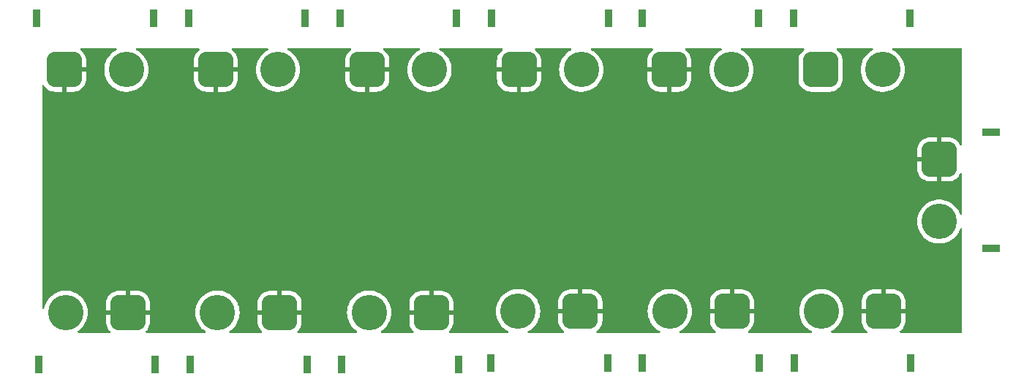
<source format=gbr>
%TF.GenerationSoftware,KiCad,Pcbnew,8.0.6*%
%TF.CreationDate,2025-03-13T21:17:34-04:00*%
%TF.ProjectId,XT60ConnectorBoard,58543630-436f-46e6-9e65-63746f72426f,rev?*%
%TF.SameCoordinates,Original*%
%TF.FileFunction,Copper,L2,Bot*%
%TF.FilePolarity,Positive*%
%FSLAX46Y46*%
G04 Gerber Fmt 4.6, Leading zero omitted, Abs format (unit mm)*
G04 Created by KiCad (PCBNEW 8.0.6) date 2025-03-13 21:17:34*
%MOMM*%
%LPD*%
G01*
G04 APERTURE LIST*
G04 Aperture macros list*
%AMRoundRect*
0 Rectangle with rounded corners*
0 $1 Rounding radius*
0 $2 $3 $4 $5 $6 $7 $8 $9 X,Y pos of 4 corners*
0 Add a 4 corners polygon primitive as box body*
4,1,4,$2,$3,$4,$5,$6,$7,$8,$9,$2,$3,0*
0 Add four circle primitives for the rounded corners*
1,1,$1+$1,$2,$3*
1,1,$1+$1,$4,$5*
1,1,$1+$1,$6,$7*
1,1,$1+$1,$8,$9*
0 Add four rect primitives between the rounded corners*
20,1,$1+$1,$2,$3,$4,$5,0*
20,1,$1+$1,$4,$5,$6,$7,0*
20,1,$1+$1,$6,$7,$8,$9,0*
20,1,$1+$1,$8,$9,$2,$3,0*%
G04 Aperture macros list end*
%TA.AperFunction,ComponentPad*%
%ADD10R,0.900000X2.000000*%
%TD*%
%TA.AperFunction,ComponentPad*%
%ADD11RoundRect,1.025000X1.025000X1.025000X-1.025000X1.025000X-1.025000X-1.025000X1.025000X-1.025000X0*%
%TD*%
%TA.AperFunction,ComponentPad*%
%ADD12C,4.100000*%
%TD*%
%TA.AperFunction,ComponentPad*%
%ADD13R,2.000000X0.900000*%
%TD*%
%TA.AperFunction,ComponentPad*%
%ADD14RoundRect,1.025000X-1.025000X1.025000X-1.025000X-1.025000X1.025000X-1.025000X1.025000X1.025000X0*%
%TD*%
%TA.AperFunction,ComponentPad*%
%ADD15RoundRect,1.025000X-1.025000X-1.025000X1.025000X-1.025000X1.025000X1.025000X-1.025000X1.025000X0*%
%TD*%
G04 APERTURE END LIST*
D10*
%TO.P,J12,*%
%TO.N,*%
X109150000Y-104150000D03*
X95650000Y-104150000D03*
D11*
%TO.P,J12,1,+*%
%TO.N,GND*%
X106000000Y-98150000D03*
D12*
%TO.P,J12,2,-*%
%TO.N,VCC*%
X98800000Y-98150000D03*
%TD*%
D10*
%TO.P,J8,*%
%TO.N,*%
X179050000Y-104000000D03*
X165550000Y-104000000D03*
D11*
%TO.P,J8,1,+*%
%TO.N,GND*%
X175900000Y-98000000D03*
D12*
%TO.P,J8,2,-*%
%TO.N,VCC*%
X168700000Y-98000000D03*
%TD*%
D13*
%TO.P,J1,*%
%TO.N,*%
X188350000Y-77250000D03*
X188350000Y-90750000D03*
D14*
%TO.P,J1,1,+*%
%TO.N,GND*%
X182350000Y-80400000D03*
D12*
%TO.P,J1,2,-*%
%TO.N,VCC*%
X182350000Y-87600000D03*
%TD*%
D10*
%TO.P,J13,*%
%TO.N,*%
X91600000Y-104150000D03*
X78100000Y-104150000D03*
D11*
%TO.P,J13,1,+*%
%TO.N,GND*%
X88450000Y-98150000D03*
D12*
%TO.P,J13,2,-*%
%TO.N,VCC*%
X81250000Y-98150000D03*
%TD*%
D10*
%TO.P,J9,*%
%TO.N,*%
X161500000Y-104000000D03*
X148000000Y-104000000D03*
D11*
%TO.P,J9,1,+*%
%TO.N,GND*%
X158350000Y-98000000D03*
D12*
%TO.P,J9,2,-*%
%TO.N,VCC*%
X151150000Y-98000000D03*
%TD*%
D10*
%TO.P,J2,*%
%TO.N,*%
X77900000Y-64000000D03*
X91400000Y-64000000D03*
D15*
%TO.P,J2,1,+*%
%TO.N,GND*%
X81050000Y-70000000D03*
D12*
%TO.P,J2,2,-*%
%TO.N,VCC*%
X88250000Y-70000000D03*
%TD*%
D10*
%TO.P,J6,*%
%TO.N,*%
X147950000Y-64000000D03*
X161450000Y-64000000D03*
D15*
%TO.P,J6,1,+*%
%TO.N,GND*%
X151100000Y-70000000D03*
D12*
%TO.P,J6,2,-*%
%TO.N,VCC*%
X158300000Y-70000000D03*
%TD*%
D10*
%TO.P,J10,*%
%TO.N,*%
X143950000Y-104000000D03*
X130450000Y-104000000D03*
D11*
%TO.P,J10,1,+*%
%TO.N,GND*%
X140800000Y-98000000D03*
D12*
%TO.P,J10,2,-*%
%TO.N,VCC*%
X133600000Y-98000000D03*
%TD*%
D10*
%TO.P,J5,*%
%TO.N,*%
X130550000Y-64000000D03*
X144050000Y-64000000D03*
D15*
%TO.P,J5,1,+*%
%TO.N,GND*%
X133700000Y-70000000D03*
D12*
%TO.P,J5,2,-*%
%TO.N,VCC*%
X140900000Y-70000000D03*
%TD*%
D10*
%TO.P,J7,*%
%TO.N,*%
X165450000Y-64000000D03*
X178950000Y-64000000D03*
D15*
%TO.P,J7,1,+*%
%TO.N,unconnected-(J7-+-Pad1)*%
X168600000Y-70000000D03*
D12*
%TO.P,J7,2,-*%
%TO.N,VCC*%
X175800000Y-70000000D03*
%TD*%
D10*
%TO.P,J11,*%
%TO.N,*%
X126700000Y-104150000D03*
X113200000Y-104150000D03*
D11*
%TO.P,J11,1,+*%
%TO.N,GND*%
X123550000Y-98150000D03*
D12*
%TO.P,J11,2,-*%
%TO.N,VCC*%
X116350000Y-98150000D03*
%TD*%
D10*
%TO.P,J4,*%
%TO.N,*%
X113000000Y-64000000D03*
X126500000Y-64000000D03*
D15*
%TO.P,J4,1,+*%
%TO.N,GND*%
X116150000Y-70000000D03*
D12*
%TO.P,J4,2,-*%
%TO.N,VCC*%
X123350000Y-70000000D03*
%TD*%
D10*
%TO.P,J3,*%
%TO.N,*%
X95450000Y-64000000D03*
X108950000Y-64000000D03*
D15*
%TO.P,J3,1,+*%
%TO.N,GND*%
X98600000Y-70000000D03*
D12*
%TO.P,J3,2,-*%
%TO.N,VCC*%
X105800000Y-70000000D03*
%TD*%
%TA.AperFunction,Conductor*%
%TO.N,GND*%
G36*
X87087375Y-67519685D02*
G01*
X87133130Y-67572489D01*
X87143074Y-67641647D01*
X87114049Y-67705203D01*
X87080073Y-67732662D01*
X86880678Y-67842279D01*
X86880660Y-67842291D01*
X86621044Y-68030913D01*
X86621034Y-68030921D01*
X86387087Y-68250611D01*
X86182522Y-68497888D01*
X86182520Y-68497891D01*
X86010562Y-68768855D01*
X86010558Y-68768861D01*
X85873918Y-69059235D01*
X85873916Y-69059240D01*
X85774745Y-69364457D01*
X85714607Y-69679709D01*
X85714606Y-69679716D01*
X85694457Y-69999994D01*
X85694457Y-70000005D01*
X85714606Y-70320283D01*
X85714607Y-70320290D01*
X85774745Y-70635542D01*
X85873916Y-70940759D01*
X85873918Y-70940764D01*
X86010558Y-71231138D01*
X86010562Y-71231144D01*
X86182520Y-71502108D01*
X86182522Y-71502111D01*
X86387087Y-71749388D01*
X86387089Y-71749390D01*
X86568337Y-71919592D01*
X86621034Y-71969078D01*
X86621044Y-71969086D01*
X86880660Y-72157708D01*
X86880666Y-72157711D01*
X86880672Y-72157716D01*
X87161903Y-72312324D01*
X87460294Y-72430466D01*
X87460293Y-72430466D01*
X87677228Y-72486165D01*
X87771139Y-72510277D01*
X87837935Y-72518715D01*
X88089524Y-72550499D01*
X88089533Y-72550499D01*
X88089536Y-72550500D01*
X88089538Y-72550500D01*
X88410462Y-72550500D01*
X88410464Y-72550500D01*
X88410467Y-72550499D01*
X88410475Y-72550499D01*
X88600463Y-72526497D01*
X88728861Y-72510277D01*
X89039706Y-72430466D01*
X89338097Y-72312324D01*
X89619328Y-72157716D01*
X89878964Y-71969080D01*
X90112911Y-71749390D01*
X90317478Y-71502110D01*
X90489439Y-71231142D01*
X90626084Y-70940758D01*
X90725256Y-70635538D01*
X90785392Y-70320294D01*
X90785393Y-70320283D01*
X90805543Y-70000005D01*
X90805543Y-69999994D01*
X90785393Y-69679716D01*
X90785392Y-69679709D01*
X90785392Y-69679706D01*
X90725256Y-69364462D01*
X90626084Y-69059242D01*
X90553378Y-68904734D01*
X90489441Y-68768861D01*
X90489437Y-68768855D01*
X90483843Y-68760041D01*
X90331400Y-68519827D01*
X90317479Y-68497891D01*
X90317477Y-68497888D01*
X90112912Y-68250611D01*
X89931975Y-68080700D01*
X89878964Y-68030920D01*
X89878961Y-68030918D01*
X89878955Y-68030913D01*
X89619339Y-67842291D01*
X89619321Y-67842279D01*
X89419927Y-67732662D01*
X89370663Y-67683116D01*
X89356006Y-67614801D01*
X89380610Y-67549406D01*
X89436662Y-67507695D01*
X89479664Y-67500000D01*
X96622355Y-67500000D01*
X96689394Y-67519685D01*
X96735149Y-67572489D01*
X96745093Y-67641647D01*
X96716068Y-67705203D01*
X96686507Y-67730116D01*
X96680709Y-67733620D01*
X96680700Y-67733627D01*
X96493153Y-67893153D01*
X96333627Y-68080700D01*
X96333620Y-68080710D01*
X96206244Y-68291414D01*
X96114315Y-68519827D01*
X96114313Y-68519834D01*
X96060217Y-68760031D01*
X96060215Y-68760041D01*
X96050000Y-68904731D01*
X96050000Y-69750000D01*
X97272769Y-69750000D01*
X97250000Y-69893753D01*
X97250000Y-70106247D01*
X97272769Y-70250000D01*
X96050000Y-70250000D01*
X96050000Y-71095268D01*
X96060215Y-71239958D01*
X96060217Y-71239968D01*
X96114313Y-71480165D01*
X96114315Y-71480172D01*
X96206244Y-71708585D01*
X96333620Y-71919289D01*
X96333627Y-71919299D01*
X96493153Y-72106846D01*
X96680700Y-72266372D01*
X96680710Y-72266379D01*
X96891414Y-72393755D01*
X97119827Y-72485684D01*
X97119834Y-72485686D01*
X97360031Y-72539782D01*
X97360041Y-72539784D01*
X97504731Y-72549999D01*
X97504734Y-72550000D01*
X98350000Y-72550000D01*
X98350000Y-71327231D01*
X98493753Y-71350000D01*
X98706247Y-71350000D01*
X98850000Y-71327231D01*
X98850000Y-72550000D01*
X99695266Y-72550000D01*
X99695268Y-72549999D01*
X99839958Y-72539784D01*
X99839968Y-72539782D01*
X100080165Y-72485686D01*
X100080172Y-72485684D01*
X100308585Y-72393755D01*
X100519289Y-72266379D01*
X100519299Y-72266372D01*
X100706846Y-72106846D01*
X100866372Y-71919299D01*
X100866379Y-71919289D01*
X100993755Y-71708585D01*
X101085684Y-71480172D01*
X101085686Y-71480165D01*
X101139782Y-71239968D01*
X101139784Y-71239958D01*
X101149999Y-71095268D01*
X101150000Y-71095266D01*
X101150000Y-70250000D01*
X99927231Y-70250000D01*
X99950000Y-70106247D01*
X99950000Y-69893753D01*
X99927231Y-69750000D01*
X101150000Y-69750000D01*
X101150000Y-68904734D01*
X101149999Y-68904731D01*
X101139784Y-68760041D01*
X101139782Y-68760031D01*
X101085686Y-68519834D01*
X101085684Y-68519827D01*
X100993755Y-68291414D01*
X100866379Y-68080710D01*
X100866372Y-68080700D01*
X100706846Y-67893153D01*
X100519299Y-67733627D01*
X100519290Y-67733620D01*
X100513493Y-67730116D01*
X100466307Y-67678587D01*
X100454469Y-67609728D01*
X100481739Y-67545399D01*
X100539459Y-67506026D01*
X100577645Y-67500000D01*
X104570336Y-67500000D01*
X104637375Y-67519685D01*
X104683130Y-67572489D01*
X104693074Y-67641647D01*
X104664049Y-67705203D01*
X104630073Y-67732662D01*
X104430678Y-67842279D01*
X104430660Y-67842291D01*
X104171044Y-68030913D01*
X104171034Y-68030921D01*
X103937087Y-68250611D01*
X103732522Y-68497888D01*
X103732520Y-68497891D01*
X103560562Y-68768855D01*
X103560558Y-68768861D01*
X103423918Y-69059235D01*
X103423916Y-69059240D01*
X103324745Y-69364457D01*
X103264607Y-69679709D01*
X103264606Y-69679716D01*
X103244457Y-69999994D01*
X103244457Y-70000005D01*
X103264606Y-70320283D01*
X103264607Y-70320290D01*
X103324745Y-70635542D01*
X103423916Y-70940759D01*
X103423918Y-70940764D01*
X103560558Y-71231138D01*
X103560562Y-71231144D01*
X103732520Y-71502108D01*
X103732522Y-71502111D01*
X103937087Y-71749388D01*
X103937089Y-71749390D01*
X104118337Y-71919592D01*
X104171034Y-71969078D01*
X104171044Y-71969086D01*
X104430660Y-72157708D01*
X104430666Y-72157711D01*
X104430672Y-72157716D01*
X104711903Y-72312324D01*
X105010294Y-72430466D01*
X105010293Y-72430466D01*
X105227228Y-72486165D01*
X105321139Y-72510277D01*
X105387935Y-72518715D01*
X105639524Y-72550499D01*
X105639533Y-72550499D01*
X105639536Y-72550500D01*
X105639538Y-72550500D01*
X105960462Y-72550500D01*
X105960464Y-72550500D01*
X105960467Y-72550499D01*
X105960475Y-72550499D01*
X106150463Y-72526497D01*
X106278861Y-72510277D01*
X106589706Y-72430466D01*
X106888097Y-72312324D01*
X107169328Y-72157716D01*
X107428964Y-71969080D01*
X107662911Y-71749390D01*
X107867478Y-71502110D01*
X108039439Y-71231142D01*
X108176084Y-70940758D01*
X108275256Y-70635538D01*
X108335392Y-70320294D01*
X108335393Y-70320283D01*
X108355543Y-70000005D01*
X108355543Y-69999994D01*
X108335393Y-69679716D01*
X108335392Y-69679709D01*
X108335392Y-69679706D01*
X108275256Y-69364462D01*
X108176084Y-69059242D01*
X108103378Y-68904734D01*
X108039441Y-68768861D01*
X108039437Y-68768855D01*
X108033843Y-68760041D01*
X107881400Y-68519827D01*
X107867479Y-68497891D01*
X107867477Y-68497888D01*
X107662912Y-68250611D01*
X107481975Y-68080700D01*
X107428964Y-68030920D01*
X107428961Y-68030918D01*
X107428955Y-68030913D01*
X107169339Y-67842291D01*
X107169321Y-67842279D01*
X106969927Y-67732662D01*
X106920663Y-67683116D01*
X106906006Y-67614801D01*
X106930610Y-67549406D01*
X106986662Y-67507695D01*
X107029664Y-67500000D01*
X114172355Y-67500000D01*
X114239394Y-67519685D01*
X114285149Y-67572489D01*
X114295093Y-67641647D01*
X114266068Y-67705203D01*
X114236507Y-67730116D01*
X114230709Y-67733620D01*
X114230700Y-67733627D01*
X114043153Y-67893153D01*
X113883627Y-68080700D01*
X113883620Y-68080710D01*
X113756244Y-68291414D01*
X113664315Y-68519827D01*
X113664313Y-68519834D01*
X113610217Y-68760031D01*
X113610215Y-68760041D01*
X113600000Y-68904731D01*
X113600000Y-69750000D01*
X114822769Y-69750000D01*
X114800000Y-69893753D01*
X114800000Y-70106247D01*
X114822769Y-70250000D01*
X113600000Y-70250000D01*
X113600000Y-71095268D01*
X113610215Y-71239958D01*
X113610217Y-71239968D01*
X113664313Y-71480165D01*
X113664315Y-71480172D01*
X113756244Y-71708585D01*
X113883620Y-71919289D01*
X113883627Y-71919299D01*
X114043153Y-72106846D01*
X114230700Y-72266372D01*
X114230710Y-72266379D01*
X114441414Y-72393755D01*
X114669827Y-72485684D01*
X114669834Y-72485686D01*
X114910031Y-72539782D01*
X114910041Y-72539784D01*
X115054731Y-72549999D01*
X115054734Y-72550000D01*
X115900000Y-72550000D01*
X115900000Y-71327231D01*
X116043753Y-71350000D01*
X116256247Y-71350000D01*
X116400000Y-71327231D01*
X116400000Y-72550000D01*
X117245266Y-72550000D01*
X117245268Y-72549999D01*
X117389958Y-72539784D01*
X117389968Y-72539782D01*
X117630165Y-72485686D01*
X117630172Y-72485684D01*
X117858585Y-72393755D01*
X118069289Y-72266379D01*
X118069299Y-72266372D01*
X118256846Y-72106846D01*
X118416372Y-71919299D01*
X118416379Y-71919289D01*
X118543755Y-71708585D01*
X118635684Y-71480172D01*
X118635686Y-71480165D01*
X118689782Y-71239968D01*
X118689784Y-71239958D01*
X118699999Y-71095268D01*
X118700000Y-71095266D01*
X118700000Y-70250000D01*
X117477231Y-70250000D01*
X117500000Y-70106247D01*
X117500000Y-69893753D01*
X117477231Y-69750000D01*
X118700000Y-69750000D01*
X118700000Y-68904734D01*
X118699999Y-68904731D01*
X118689784Y-68760041D01*
X118689782Y-68760031D01*
X118635686Y-68519834D01*
X118635684Y-68519827D01*
X118543755Y-68291414D01*
X118416379Y-68080710D01*
X118416372Y-68080700D01*
X118256846Y-67893153D01*
X118069299Y-67733627D01*
X118069290Y-67733620D01*
X118063493Y-67730116D01*
X118016307Y-67678587D01*
X118004469Y-67609728D01*
X118031739Y-67545399D01*
X118089459Y-67506026D01*
X118127645Y-67500000D01*
X122120336Y-67500000D01*
X122187375Y-67519685D01*
X122233130Y-67572489D01*
X122243074Y-67641647D01*
X122214049Y-67705203D01*
X122180073Y-67732662D01*
X121980678Y-67842279D01*
X121980660Y-67842291D01*
X121721044Y-68030913D01*
X121721034Y-68030921D01*
X121487087Y-68250611D01*
X121282522Y-68497888D01*
X121282520Y-68497891D01*
X121110562Y-68768855D01*
X121110558Y-68768861D01*
X120973918Y-69059235D01*
X120973916Y-69059240D01*
X120874745Y-69364457D01*
X120814607Y-69679709D01*
X120814606Y-69679716D01*
X120794457Y-69999994D01*
X120794457Y-70000005D01*
X120814606Y-70320283D01*
X120814607Y-70320290D01*
X120874745Y-70635542D01*
X120973916Y-70940759D01*
X120973918Y-70940764D01*
X121110558Y-71231138D01*
X121110562Y-71231144D01*
X121282520Y-71502108D01*
X121282522Y-71502111D01*
X121487087Y-71749388D01*
X121487089Y-71749390D01*
X121668337Y-71919592D01*
X121721034Y-71969078D01*
X121721044Y-71969086D01*
X121980660Y-72157708D01*
X121980666Y-72157711D01*
X121980672Y-72157716D01*
X122261903Y-72312324D01*
X122560294Y-72430466D01*
X122560293Y-72430466D01*
X122777228Y-72486165D01*
X122871139Y-72510277D01*
X122937935Y-72518715D01*
X123189524Y-72550499D01*
X123189533Y-72550499D01*
X123189536Y-72550500D01*
X123189538Y-72550500D01*
X123510462Y-72550500D01*
X123510464Y-72550500D01*
X123510467Y-72550499D01*
X123510475Y-72550499D01*
X123700463Y-72526497D01*
X123828861Y-72510277D01*
X124139706Y-72430466D01*
X124438097Y-72312324D01*
X124719328Y-72157716D01*
X124978964Y-71969080D01*
X125212911Y-71749390D01*
X125417478Y-71502110D01*
X125589439Y-71231142D01*
X125726084Y-70940758D01*
X125825256Y-70635538D01*
X125885392Y-70320294D01*
X125885393Y-70320283D01*
X125905543Y-70000005D01*
X125905543Y-69999994D01*
X125885393Y-69679716D01*
X125885392Y-69679709D01*
X125885392Y-69679706D01*
X125825256Y-69364462D01*
X125726084Y-69059242D01*
X125653378Y-68904734D01*
X125589441Y-68768861D01*
X125589437Y-68768855D01*
X125583843Y-68760041D01*
X125431400Y-68519827D01*
X125417479Y-68497891D01*
X125417477Y-68497888D01*
X125212912Y-68250611D01*
X125031975Y-68080700D01*
X124978964Y-68030920D01*
X124978961Y-68030918D01*
X124978955Y-68030913D01*
X124719339Y-67842291D01*
X124719321Y-67842279D01*
X124519927Y-67732662D01*
X124470663Y-67683116D01*
X124456006Y-67614801D01*
X124480610Y-67549406D01*
X124536662Y-67507695D01*
X124579664Y-67500000D01*
X131722355Y-67500000D01*
X131789394Y-67519685D01*
X131835149Y-67572489D01*
X131845093Y-67641647D01*
X131816068Y-67705203D01*
X131786507Y-67730116D01*
X131780709Y-67733620D01*
X131780700Y-67733627D01*
X131593153Y-67893153D01*
X131433627Y-68080700D01*
X131433620Y-68080710D01*
X131306244Y-68291414D01*
X131214315Y-68519827D01*
X131214313Y-68519834D01*
X131160217Y-68760031D01*
X131160215Y-68760041D01*
X131150000Y-68904731D01*
X131150000Y-69750000D01*
X132372769Y-69750000D01*
X132350000Y-69893753D01*
X132350000Y-70106247D01*
X132372769Y-70250000D01*
X131150000Y-70250000D01*
X131150000Y-71095268D01*
X131160215Y-71239958D01*
X131160217Y-71239968D01*
X131214313Y-71480165D01*
X131214315Y-71480172D01*
X131306244Y-71708585D01*
X131433620Y-71919289D01*
X131433627Y-71919299D01*
X131593153Y-72106846D01*
X131780700Y-72266372D01*
X131780710Y-72266379D01*
X131991414Y-72393755D01*
X132219827Y-72485684D01*
X132219834Y-72485686D01*
X132460031Y-72539782D01*
X132460041Y-72539784D01*
X132604731Y-72549999D01*
X132604734Y-72550000D01*
X133450000Y-72550000D01*
X133450000Y-71327231D01*
X133593753Y-71350000D01*
X133806247Y-71350000D01*
X133950000Y-71327231D01*
X133950000Y-72550000D01*
X134795266Y-72550000D01*
X134795268Y-72549999D01*
X134939958Y-72539784D01*
X134939968Y-72539782D01*
X135180165Y-72485686D01*
X135180172Y-72485684D01*
X135408585Y-72393755D01*
X135619289Y-72266379D01*
X135619299Y-72266372D01*
X135806846Y-72106846D01*
X135966372Y-71919299D01*
X135966379Y-71919289D01*
X136093755Y-71708585D01*
X136185684Y-71480172D01*
X136185686Y-71480165D01*
X136239782Y-71239968D01*
X136239784Y-71239958D01*
X136249999Y-71095268D01*
X136250000Y-71095266D01*
X136250000Y-70250000D01*
X135027231Y-70250000D01*
X135050000Y-70106247D01*
X135050000Y-69893753D01*
X135027231Y-69750000D01*
X136250000Y-69750000D01*
X136250000Y-68904734D01*
X136249999Y-68904731D01*
X136239784Y-68760041D01*
X136239782Y-68760031D01*
X136185686Y-68519834D01*
X136185684Y-68519827D01*
X136093755Y-68291414D01*
X135966379Y-68080710D01*
X135966372Y-68080700D01*
X135806846Y-67893153D01*
X135619299Y-67733627D01*
X135619290Y-67733620D01*
X135613493Y-67730116D01*
X135566307Y-67678587D01*
X135554469Y-67609728D01*
X135581739Y-67545399D01*
X135639459Y-67506026D01*
X135677645Y-67500000D01*
X139670336Y-67500000D01*
X139737375Y-67519685D01*
X139783130Y-67572489D01*
X139793074Y-67641647D01*
X139764049Y-67705203D01*
X139730073Y-67732662D01*
X139530678Y-67842279D01*
X139530660Y-67842291D01*
X139271044Y-68030913D01*
X139271034Y-68030921D01*
X139037087Y-68250611D01*
X138832522Y-68497888D01*
X138832520Y-68497891D01*
X138660562Y-68768855D01*
X138660558Y-68768861D01*
X138523918Y-69059235D01*
X138523916Y-69059240D01*
X138424745Y-69364457D01*
X138364607Y-69679709D01*
X138364606Y-69679716D01*
X138344457Y-69999994D01*
X138344457Y-70000005D01*
X138364606Y-70320283D01*
X138364607Y-70320290D01*
X138424745Y-70635542D01*
X138523916Y-70940759D01*
X138523918Y-70940764D01*
X138660558Y-71231138D01*
X138660562Y-71231144D01*
X138832520Y-71502108D01*
X138832522Y-71502111D01*
X139037087Y-71749388D01*
X139037089Y-71749390D01*
X139218337Y-71919592D01*
X139271034Y-71969078D01*
X139271044Y-71969086D01*
X139530660Y-72157708D01*
X139530666Y-72157711D01*
X139530672Y-72157716D01*
X139811903Y-72312324D01*
X140110294Y-72430466D01*
X140110293Y-72430466D01*
X140327228Y-72486165D01*
X140421139Y-72510277D01*
X140487935Y-72518715D01*
X140739524Y-72550499D01*
X140739533Y-72550499D01*
X140739536Y-72550500D01*
X140739538Y-72550500D01*
X141060462Y-72550500D01*
X141060464Y-72550500D01*
X141060467Y-72550499D01*
X141060475Y-72550499D01*
X141250463Y-72526497D01*
X141378861Y-72510277D01*
X141689706Y-72430466D01*
X141988097Y-72312324D01*
X142269328Y-72157716D01*
X142528964Y-71969080D01*
X142762911Y-71749390D01*
X142967478Y-71502110D01*
X143139439Y-71231142D01*
X143276084Y-70940758D01*
X143375256Y-70635538D01*
X143435392Y-70320294D01*
X143435393Y-70320283D01*
X143455543Y-70000005D01*
X143455543Y-69999994D01*
X143435393Y-69679716D01*
X143435392Y-69679709D01*
X143435392Y-69679706D01*
X143375256Y-69364462D01*
X143276084Y-69059242D01*
X143203378Y-68904734D01*
X143139441Y-68768861D01*
X143139437Y-68768855D01*
X143133843Y-68760041D01*
X142981400Y-68519827D01*
X142967479Y-68497891D01*
X142967477Y-68497888D01*
X142762912Y-68250611D01*
X142581975Y-68080700D01*
X142528964Y-68030920D01*
X142528961Y-68030918D01*
X142528955Y-68030913D01*
X142269339Y-67842291D01*
X142269321Y-67842279D01*
X142069927Y-67732662D01*
X142020663Y-67683116D01*
X142006006Y-67614801D01*
X142030610Y-67549406D01*
X142086662Y-67507695D01*
X142129664Y-67500000D01*
X149122355Y-67500000D01*
X149189394Y-67519685D01*
X149235149Y-67572489D01*
X149245093Y-67641647D01*
X149216068Y-67705203D01*
X149186507Y-67730116D01*
X149180709Y-67733620D01*
X149180700Y-67733627D01*
X148993153Y-67893153D01*
X148833627Y-68080700D01*
X148833620Y-68080710D01*
X148706244Y-68291414D01*
X148614315Y-68519827D01*
X148614313Y-68519834D01*
X148560217Y-68760031D01*
X148560215Y-68760041D01*
X148550000Y-68904731D01*
X148550000Y-69750000D01*
X149772769Y-69750000D01*
X149750000Y-69893753D01*
X149750000Y-70106247D01*
X149772769Y-70250000D01*
X148550000Y-70250000D01*
X148550000Y-71095268D01*
X148560215Y-71239958D01*
X148560217Y-71239968D01*
X148614313Y-71480165D01*
X148614315Y-71480172D01*
X148706244Y-71708585D01*
X148833620Y-71919289D01*
X148833627Y-71919299D01*
X148993153Y-72106846D01*
X149180700Y-72266372D01*
X149180710Y-72266379D01*
X149391414Y-72393755D01*
X149619827Y-72485684D01*
X149619834Y-72485686D01*
X149860031Y-72539782D01*
X149860041Y-72539784D01*
X150004731Y-72549999D01*
X150004734Y-72550000D01*
X150850000Y-72550000D01*
X150850000Y-71327231D01*
X150993753Y-71350000D01*
X151206247Y-71350000D01*
X151350000Y-71327231D01*
X151350000Y-72550000D01*
X152195266Y-72550000D01*
X152195268Y-72549999D01*
X152339958Y-72539784D01*
X152339968Y-72539782D01*
X152580165Y-72485686D01*
X152580172Y-72485684D01*
X152808585Y-72393755D01*
X153019289Y-72266379D01*
X153019299Y-72266372D01*
X153206846Y-72106846D01*
X153366372Y-71919299D01*
X153366379Y-71919289D01*
X153493755Y-71708585D01*
X153585684Y-71480172D01*
X153585686Y-71480165D01*
X153639782Y-71239968D01*
X153639784Y-71239958D01*
X153649999Y-71095268D01*
X153650000Y-71095266D01*
X153650000Y-70250000D01*
X152427231Y-70250000D01*
X152450000Y-70106247D01*
X152450000Y-69893753D01*
X152427231Y-69750000D01*
X153650000Y-69750000D01*
X153650000Y-68904734D01*
X153649999Y-68904731D01*
X153639784Y-68760041D01*
X153639782Y-68760031D01*
X153585686Y-68519834D01*
X153585684Y-68519827D01*
X153493755Y-68291414D01*
X153366379Y-68080710D01*
X153366372Y-68080700D01*
X153206846Y-67893153D01*
X153019299Y-67733627D01*
X153019290Y-67733620D01*
X153013493Y-67730116D01*
X152966307Y-67678587D01*
X152954469Y-67609728D01*
X152981739Y-67545399D01*
X153039459Y-67506026D01*
X153077645Y-67500000D01*
X157070336Y-67500000D01*
X157137375Y-67519685D01*
X157183130Y-67572489D01*
X157193074Y-67641647D01*
X157164049Y-67705203D01*
X157130073Y-67732662D01*
X156930678Y-67842279D01*
X156930660Y-67842291D01*
X156671044Y-68030913D01*
X156671034Y-68030921D01*
X156437087Y-68250611D01*
X156232522Y-68497888D01*
X156232520Y-68497891D01*
X156060562Y-68768855D01*
X156060558Y-68768861D01*
X155923918Y-69059235D01*
X155923916Y-69059240D01*
X155824745Y-69364457D01*
X155764607Y-69679709D01*
X155764606Y-69679716D01*
X155744457Y-69999994D01*
X155744457Y-70000005D01*
X155764606Y-70320283D01*
X155764607Y-70320290D01*
X155824745Y-70635542D01*
X155923916Y-70940759D01*
X155923918Y-70940764D01*
X156060558Y-71231138D01*
X156060562Y-71231144D01*
X156232520Y-71502108D01*
X156232522Y-71502111D01*
X156437087Y-71749388D01*
X156437089Y-71749390D01*
X156618337Y-71919592D01*
X156671034Y-71969078D01*
X156671044Y-71969086D01*
X156930660Y-72157708D01*
X156930666Y-72157711D01*
X156930672Y-72157716D01*
X157211903Y-72312324D01*
X157510294Y-72430466D01*
X157510293Y-72430466D01*
X157727228Y-72486165D01*
X157821139Y-72510277D01*
X157887935Y-72518715D01*
X158139524Y-72550499D01*
X158139533Y-72550499D01*
X158139536Y-72550500D01*
X158139538Y-72550500D01*
X158460462Y-72550500D01*
X158460464Y-72550500D01*
X158460467Y-72550499D01*
X158460475Y-72550499D01*
X158650463Y-72526497D01*
X158778861Y-72510277D01*
X159089706Y-72430466D01*
X159388097Y-72312324D01*
X159669328Y-72157716D01*
X159928964Y-71969080D01*
X160162911Y-71749390D01*
X160367478Y-71502110D01*
X160539439Y-71231142D01*
X160676084Y-70940758D01*
X160775256Y-70635538D01*
X160835392Y-70320294D01*
X160835393Y-70320283D01*
X160855543Y-70000005D01*
X160855543Y-69999994D01*
X160835393Y-69679716D01*
X160835392Y-69679709D01*
X160835392Y-69679706D01*
X160775256Y-69364462D01*
X160676084Y-69059242D01*
X160603378Y-68904734D01*
X160539441Y-68768861D01*
X160539437Y-68768855D01*
X160533843Y-68760041D01*
X160381400Y-68519827D01*
X160367479Y-68497891D01*
X160367477Y-68497888D01*
X160162912Y-68250611D01*
X159981975Y-68080700D01*
X159928964Y-68030920D01*
X159928961Y-68030918D01*
X159928955Y-68030913D01*
X159669339Y-67842291D01*
X159669321Y-67842279D01*
X159469927Y-67732662D01*
X159420663Y-67683116D01*
X159406006Y-67614801D01*
X159430610Y-67549406D01*
X159486662Y-67507695D01*
X159529664Y-67500000D01*
X166621387Y-67500000D01*
X166688426Y-67519685D01*
X166734181Y-67572489D01*
X166744125Y-67641647D01*
X166715100Y-67705203D01*
X166685539Y-67730115D01*
X166680425Y-67733206D01*
X166680407Y-67733219D01*
X166492798Y-67892798D01*
X166333219Y-68080407D01*
X166333212Y-68080417D01*
X166205798Y-68291185D01*
X166205795Y-68291190D01*
X166113835Y-68519680D01*
X166113835Y-68519682D01*
X166059719Y-68759963D01*
X166059718Y-68759970D01*
X166049500Y-68904702D01*
X166049500Y-71095292D01*
X166049501Y-71095298D01*
X166059718Y-71240027D01*
X166059718Y-71240031D01*
X166059719Y-71240034D01*
X166059720Y-71240038D01*
X166113834Y-71480314D01*
X166113835Y-71480319D01*
X166122606Y-71502111D01*
X166205795Y-71708809D01*
X166333216Y-71919589D01*
X166333219Y-71919592D01*
X166492798Y-72107201D01*
X166602990Y-72200930D01*
X166680411Y-72266784D01*
X166891191Y-72394205D01*
X167119683Y-72486165D01*
X167359966Y-72540281D01*
X167504705Y-72550500D01*
X169695294Y-72550499D01*
X169840034Y-72540281D01*
X170080317Y-72486165D01*
X170308809Y-72394205D01*
X170519589Y-72266784D01*
X170707201Y-72107201D01*
X170866784Y-71919589D01*
X170994205Y-71708809D01*
X171086165Y-71480317D01*
X171140281Y-71240034D01*
X171150500Y-71095295D01*
X171150499Y-68904706D01*
X171140281Y-68759966D01*
X171086165Y-68519683D01*
X171077394Y-68497891D01*
X171062470Y-68460808D01*
X170994205Y-68291191D01*
X170866784Y-68080411D01*
X170800930Y-68002990D01*
X170707201Y-67892798D01*
X170520072Y-67733627D01*
X170519589Y-67733216D01*
X170519581Y-67733211D01*
X170519574Y-67733206D01*
X170514461Y-67730115D01*
X170467274Y-67678587D01*
X170455437Y-67609727D01*
X170482708Y-67545399D01*
X170540427Y-67506026D01*
X170578613Y-67500000D01*
X174570336Y-67500000D01*
X174637375Y-67519685D01*
X174683130Y-67572489D01*
X174693074Y-67641647D01*
X174664049Y-67705203D01*
X174630073Y-67732662D01*
X174430678Y-67842279D01*
X174430660Y-67842291D01*
X174171044Y-68030913D01*
X174171034Y-68030921D01*
X173937087Y-68250611D01*
X173732522Y-68497888D01*
X173732520Y-68497891D01*
X173560562Y-68768855D01*
X173560558Y-68768861D01*
X173423918Y-69059235D01*
X173423916Y-69059240D01*
X173324745Y-69364457D01*
X173264607Y-69679709D01*
X173264606Y-69679716D01*
X173244457Y-69999994D01*
X173244457Y-70000005D01*
X173264606Y-70320283D01*
X173264607Y-70320290D01*
X173324745Y-70635542D01*
X173423916Y-70940759D01*
X173423918Y-70940764D01*
X173560558Y-71231138D01*
X173560562Y-71231144D01*
X173732520Y-71502108D01*
X173732522Y-71502111D01*
X173937087Y-71749388D01*
X173937089Y-71749390D01*
X174118337Y-71919592D01*
X174171034Y-71969078D01*
X174171044Y-71969086D01*
X174430660Y-72157708D01*
X174430666Y-72157711D01*
X174430672Y-72157716D01*
X174711903Y-72312324D01*
X175010294Y-72430466D01*
X175010293Y-72430466D01*
X175227228Y-72486165D01*
X175321139Y-72510277D01*
X175387935Y-72518715D01*
X175639524Y-72550499D01*
X175639533Y-72550499D01*
X175639536Y-72550500D01*
X175639538Y-72550500D01*
X175960462Y-72550500D01*
X175960464Y-72550500D01*
X175960467Y-72550499D01*
X175960475Y-72550499D01*
X176150463Y-72526497D01*
X176278861Y-72510277D01*
X176589706Y-72430466D01*
X176888097Y-72312324D01*
X177169328Y-72157716D01*
X177428964Y-71969080D01*
X177662911Y-71749390D01*
X177867478Y-71502110D01*
X178039439Y-71231142D01*
X178176084Y-70940758D01*
X178275256Y-70635538D01*
X178335392Y-70320294D01*
X178335393Y-70320283D01*
X178355543Y-70000005D01*
X178355543Y-69999994D01*
X178335393Y-69679716D01*
X178335392Y-69679709D01*
X178335392Y-69679706D01*
X178275256Y-69364462D01*
X178176084Y-69059242D01*
X178103378Y-68904734D01*
X178039441Y-68768861D01*
X178039437Y-68768855D01*
X178033843Y-68760041D01*
X177881400Y-68519827D01*
X177867479Y-68497891D01*
X177867477Y-68497888D01*
X177662912Y-68250611D01*
X177481975Y-68080700D01*
X177428964Y-68030920D01*
X177428961Y-68030918D01*
X177428955Y-68030913D01*
X177169339Y-67842291D01*
X177169321Y-67842279D01*
X176969927Y-67732662D01*
X176920663Y-67683116D01*
X176906006Y-67614801D01*
X176930610Y-67549406D01*
X176986662Y-67507695D01*
X177029664Y-67500000D01*
X184876000Y-67500000D01*
X184943039Y-67519685D01*
X184988794Y-67572489D01*
X185000000Y-67624000D01*
X185000000Y-78687882D01*
X184980315Y-78754921D01*
X184927511Y-78800676D01*
X184858353Y-78810620D01*
X184794797Y-78781595D01*
X184760967Y-78734180D01*
X184743754Y-78691413D01*
X184616379Y-78480710D01*
X184616372Y-78480700D01*
X184456846Y-78293153D01*
X184269299Y-78133627D01*
X184269289Y-78133620D01*
X184058585Y-78006244D01*
X183830172Y-77914315D01*
X183830165Y-77914313D01*
X183589968Y-77860217D01*
X183589958Y-77860215D01*
X183445268Y-77850000D01*
X182600000Y-77850000D01*
X182600000Y-79072768D01*
X182456247Y-79050000D01*
X182243753Y-79050000D01*
X182100000Y-79072768D01*
X182100000Y-77850000D01*
X181254731Y-77850000D01*
X181110041Y-77860215D01*
X181110031Y-77860217D01*
X180869834Y-77914313D01*
X180869827Y-77914315D01*
X180641414Y-78006244D01*
X180430710Y-78133620D01*
X180430700Y-78133627D01*
X180243153Y-78293153D01*
X180083627Y-78480700D01*
X180083620Y-78480710D01*
X179956244Y-78691414D01*
X179864315Y-78919827D01*
X179864313Y-78919834D01*
X179810217Y-79160031D01*
X179810215Y-79160041D01*
X179800000Y-79304731D01*
X179800000Y-80150000D01*
X181022769Y-80150000D01*
X181000000Y-80293753D01*
X181000000Y-80506247D01*
X181022769Y-80650000D01*
X179800000Y-80650000D01*
X179800000Y-81495268D01*
X179810215Y-81639958D01*
X179810217Y-81639968D01*
X179864313Y-81880165D01*
X179864315Y-81880172D01*
X179956244Y-82108585D01*
X180083620Y-82319289D01*
X180083627Y-82319299D01*
X180243153Y-82506846D01*
X180430700Y-82666372D01*
X180430710Y-82666379D01*
X180641414Y-82793755D01*
X180869827Y-82885684D01*
X180869834Y-82885686D01*
X181110031Y-82939782D01*
X181110041Y-82939784D01*
X181254731Y-82949999D01*
X181254734Y-82950000D01*
X182100000Y-82950000D01*
X182100000Y-81727231D01*
X182243753Y-81750000D01*
X182456247Y-81750000D01*
X182600000Y-81727231D01*
X182600000Y-82950000D01*
X183445266Y-82950000D01*
X183445268Y-82949999D01*
X183589958Y-82939784D01*
X183589968Y-82939782D01*
X183830165Y-82885686D01*
X183830172Y-82885684D01*
X184058585Y-82793755D01*
X184269289Y-82666379D01*
X184269299Y-82666372D01*
X184456846Y-82506846D01*
X184616372Y-82319299D01*
X184616379Y-82319289D01*
X184743755Y-82108585D01*
X184760967Y-82065820D01*
X184804258Y-82010978D01*
X184870327Y-81988247D01*
X184938197Y-82004844D01*
X184986320Y-82055499D01*
X185000000Y-82112117D01*
X185000000Y-86719363D01*
X184980315Y-86786402D01*
X184927511Y-86832157D01*
X184858353Y-86842101D01*
X184794797Y-86813076D01*
X184758069Y-86757681D01*
X184726083Y-86659240D01*
X184726081Y-86659235D01*
X184589441Y-86368861D01*
X184589437Y-86368855D01*
X184417479Y-86097891D01*
X184417477Y-86097888D01*
X184212912Y-85850611D01*
X183978965Y-85630921D01*
X183978955Y-85630913D01*
X183719339Y-85442291D01*
X183719321Y-85442280D01*
X183438096Y-85287675D01*
X183438093Y-85287674D01*
X183139703Y-85169533D01*
X183139706Y-85169533D01*
X182828864Y-85089723D01*
X182828851Y-85089721D01*
X182510475Y-85049500D01*
X182510464Y-85049500D01*
X182189536Y-85049500D01*
X182189524Y-85049500D01*
X181871148Y-85089721D01*
X181871135Y-85089723D01*
X181560294Y-85169533D01*
X181261906Y-85287674D01*
X181261903Y-85287675D01*
X180980678Y-85442280D01*
X180980660Y-85442291D01*
X180721044Y-85630913D01*
X180721034Y-85630921D01*
X180487087Y-85850611D01*
X180282522Y-86097888D01*
X180282520Y-86097891D01*
X180110562Y-86368855D01*
X180110558Y-86368861D01*
X179973918Y-86659235D01*
X179973916Y-86659240D01*
X179874745Y-86964457D01*
X179814607Y-87279709D01*
X179814606Y-87279716D01*
X179794457Y-87599994D01*
X179794457Y-87600005D01*
X179814606Y-87920283D01*
X179814607Y-87920290D01*
X179874745Y-88235542D01*
X179973916Y-88540759D01*
X179973918Y-88540764D01*
X180110558Y-88831138D01*
X180110562Y-88831144D01*
X180282520Y-89102108D01*
X180282522Y-89102111D01*
X180487087Y-89349388D01*
X180721034Y-89569078D01*
X180721044Y-89569086D01*
X180980660Y-89757708D01*
X180980666Y-89757711D01*
X180980672Y-89757716D01*
X181261903Y-89912324D01*
X181560294Y-90030466D01*
X181560293Y-90030466D01*
X181871135Y-90110276D01*
X181871139Y-90110277D01*
X181937935Y-90118715D01*
X182189524Y-90150499D01*
X182189533Y-90150499D01*
X182189536Y-90150500D01*
X182189538Y-90150500D01*
X182510462Y-90150500D01*
X182510464Y-90150500D01*
X182510467Y-90150499D01*
X182510475Y-90150499D01*
X182700463Y-90126497D01*
X182828861Y-90110277D01*
X183139706Y-90030466D01*
X183438097Y-89912324D01*
X183719328Y-89757716D01*
X183978964Y-89569080D01*
X184212911Y-89349390D01*
X184417478Y-89102110D01*
X184589439Y-88831142D01*
X184726084Y-88540758D01*
X184758069Y-88442317D01*
X184797506Y-88384643D01*
X184861865Y-88357444D01*
X184930711Y-88369358D01*
X184982187Y-88416602D01*
X185000000Y-88480636D01*
X185000000Y-100376000D01*
X184980315Y-100443039D01*
X184927511Y-100488794D01*
X184876000Y-100500000D01*
X177877645Y-100500000D01*
X177810606Y-100480315D01*
X177764851Y-100427511D01*
X177754907Y-100358353D01*
X177783932Y-100294797D01*
X177813493Y-100269884D01*
X177819290Y-100266379D01*
X177819299Y-100266372D01*
X178006846Y-100106846D01*
X178166372Y-99919299D01*
X178166379Y-99919289D01*
X178293755Y-99708585D01*
X178385684Y-99480172D01*
X178385686Y-99480165D01*
X178439782Y-99239968D01*
X178439784Y-99239958D01*
X178449999Y-99095268D01*
X178450000Y-99095266D01*
X178450000Y-98250000D01*
X177227231Y-98250000D01*
X177250000Y-98106247D01*
X177250000Y-97893753D01*
X177227231Y-97750000D01*
X178450000Y-97750000D01*
X178450000Y-96904734D01*
X178449999Y-96904731D01*
X178439784Y-96760041D01*
X178439782Y-96760031D01*
X178385686Y-96519834D01*
X178385684Y-96519827D01*
X178293755Y-96291414D01*
X178166379Y-96080710D01*
X178166372Y-96080700D01*
X178006846Y-95893153D01*
X177819299Y-95733627D01*
X177819289Y-95733620D01*
X177608585Y-95606244D01*
X177380172Y-95514315D01*
X177380165Y-95514313D01*
X177139968Y-95460217D01*
X177139958Y-95460215D01*
X176995268Y-95450000D01*
X176150000Y-95450000D01*
X176150000Y-96672768D01*
X176006247Y-96650000D01*
X175793753Y-96650000D01*
X175650000Y-96672768D01*
X175650000Y-95450000D01*
X174804731Y-95450000D01*
X174660041Y-95460215D01*
X174660031Y-95460217D01*
X174419834Y-95514313D01*
X174419827Y-95514315D01*
X174191414Y-95606244D01*
X173980710Y-95733620D01*
X173980700Y-95733627D01*
X173793153Y-95893153D01*
X173633627Y-96080700D01*
X173633620Y-96080710D01*
X173506244Y-96291414D01*
X173414315Y-96519827D01*
X173414313Y-96519834D01*
X173360217Y-96760031D01*
X173360215Y-96760041D01*
X173350000Y-96904731D01*
X173350000Y-97750000D01*
X174572769Y-97750000D01*
X174550000Y-97893753D01*
X174550000Y-98106247D01*
X174572769Y-98250000D01*
X173350000Y-98250000D01*
X173350000Y-99095268D01*
X173360215Y-99239958D01*
X173360217Y-99239968D01*
X173414313Y-99480165D01*
X173414315Y-99480172D01*
X173506244Y-99708585D01*
X173633620Y-99919289D01*
X173633627Y-99919299D01*
X173793153Y-100106846D01*
X173980700Y-100266372D01*
X173980709Y-100266379D01*
X173986507Y-100269884D01*
X174033693Y-100321413D01*
X174045531Y-100390272D01*
X174018261Y-100454601D01*
X173960541Y-100493974D01*
X173922355Y-100500000D01*
X169929664Y-100500000D01*
X169862625Y-100480315D01*
X169816870Y-100427511D01*
X169806926Y-100358353D01*
X169835951Y-100294797D01*
X169869927Y-100267338D01*
X170069321Y-100157720D01*
X170069322Y-100157719D01*
X170069328Y-100157716D01*
X170328964Y-99969080D01*
X170562911Y-99749390D01*
X170767478Y-99502110D01*
X170939439Y-99231142D01*
X171076084Y-98940758D01*
X171175256Y-98635538D01*
X171235392Y-98320294D01*
X171235393Y-98320283D01*
X171255543Y-98000005D01*
X171255543Y-97999994D01*
X171235393Y-97679716D01*
X171235392Y-97679709D01*
X171235392Y-97679706D01*
X171175256Y-97364462D01*
X171076084Y-97059242D01*
X171073963Y-97054734D01*
X170939441Y-96768861D01*
X170939437Y-96768855D01*
X170933843Y-96760041D01*
X170767478Y-96497890D01*
X170767477Y-96497888D01*
X170562912Y-96250611D01*
X170381975Y-96080700D01*
X170328964Y-96030920D01*
X170328961Y-96030918D01*
X170328955Y-96030913D01*
X170069339Y-95842291D01*
X170069321Y-95842280D01*
X169788096Y-95687675D01*
X169788093Y-95687674D01*
X169489703Y-95569533D01*
X169489706Y-95569533D01*
X169178864Y-95489723D01*
X169178851Y-95489721D01*
X168860475Y-95449500D01*
X168860464Y-95449500D01*
X168539536Y-95449500D01*
X168539524Y-95449500D01*
X168221148Y-95489721D01*
X168221135Y-95489723D01*
X167910294Y-95569533D01*
X167611906Y-95687674D01*
X167611903Y-95687675D01*
X167330678Y-95842280D01*
X167330660Y-95842291D01*
X167071044Y-96030913D01*
X167071034Y-96030921D01*
X166837087Y-96250611D01*
X166632522Y-96497888D01*
X166632520Y-96497891D01*
X166460562Y-96768855D01*
X166460558Y-96768861D01*
X166323918Y-97059235D01*
X166323916Y-97059240D01*
X166224745Y-97364457D01*
X166164607Y-97679709D01*
X166164606Y-97679716D01*
X166144457Y-97999994D01*
X166144457Y-98000005D01*
X166164606Y-98320283D01*
X166164607Y-98320290D01*
X166164608Y-98320294D01*
X166224417Y-98633826D01*
X166224745Y-98635542D01*
X166323916Y-98940759D01*
X166323918Y-98940764D01*
X166460558Y-99231138D01*
X166460562Y-99231144D01*
X166632520Y-99502108D01*
X166632522Y-99502111D01*
X166756612Y-99652110D01*
X166837089Y-99749390D01*
X167018025Y-99919299D01*
X167071034Y-99969078D01*
X167071044Y-99969086D01*
X167330660Y-100157708D01*
X167330678Y-100157720D01*
X167530073Y-100267338D01*
X167579337Y-100316884D01*
X167593994Y-100385199D01*
X167569390Y-100450594D01*
X167513338Y-100492305D01*
X167470336Y-100500000D01*
X160327645Y-100500000D01*
X160260606Y-100480315D01*
X160214851Y-100427511D01*
X160204907Y-100358353D01*
X160233932Y-100294797D01*
X160263493Y-100269884D01*
X160269290Y-100266379D01*
X160269299Y-100266372D01*
X160456846Y-100106846D01*
X160616372Y-99919299D01*
X160616379Y-99919289D01*
X160743755Y-99708585D01*
X160835684Y-99480172D01*
X160835686Y-99480165D01*
X160889782Y-99239968D01*
X160889784Y-99239958D01*
X160899999Y-99095268D01*
X160900000Y-99095266D01*
X160900000Y-98250000D01*
X159677231Y-98250000D01*
X159700000Y-98106247D01*
X159700000Y-97893753D01*
X159677231Y-97750000D01*
X160900000Y-97750000D01*
X160900000Y-96904734D01*
X160899999Y-96904731D01*
X160889784Y-96760041D01*
X160889782Y-96760031D01*
X160835686Y-96519834D01*
X160835684Y-96519827D01*
X160743755Y-96291414D01*
X160616379Y-96080710D01*
X160616372Y-96080700D01*
X160456846Y-95893153D01*
X160269299Y-95733627D01*
X160269289Y-95733620D01*
X160058585Y-95606244D01*
X159830172Y-95514315D01*
X159830165Y-95514313D01*
X159589968Y-95460217D01*
X159589958Y-95460215D01*
X159445268Y-95450000D01*
X158600000Y-95450000D01*
X158600000Y-96672768D01*
X158456247Y-96650000D01*
X158243753Y-96650000D01*
X158100000Y-96672768D01*
X158100000Y-95450000D01*
X157254731Y-95450000D01*
X157110041Y-95460215D01*
X157110031Y-95460217D01*
X156869834Y-95514313D01*
X156869827Y-95514315D01*
X156641414Y-95606244D01*
X156430710Y-95733620D01*
X156430700Y-95733627D01*
X156243153Y-95893153D01*
X156083627Y-96080700D01*
X156083620Y-96080710D01*
X155956244Y-96291414D01*
X155864315Y-96519827D01*
X155864313Y-96519834D01*
X155810217Y-96760031D01*
X155810215Y-96760041D01*
X155800000Y-96904731D01*
X155800000Y-97750000D01*
X157022769Y-97750000D01*
X157000000Y-97893753D01*
X157000000Y-98106247D01*
X157022769Y-98250000D01*
X155800000Y-98250000D01*
X155800000Y-99095268D01*
X155810215Y-99239958D01*
X155810217Y-99239968D01*
X155864313Y-99480165D01*
X155864315Y-99480172D01*
X155956244Y-99708585D01*
X156083620Y-99919289D01*
X156083627Y-99919299D01*
X156243153Y-100106846D01*
X156430700Y-100266372D01*
X156430709Y-100266379D01*
X156436507Y-100269884D01*
X156483693Y-100321413D01*
X156495531Y-100390272D01*
X156468261Y-100454601D01*
X156410541Y-100493974D01*
X156372355Y-100500000D01*
X152379664Y-100500000D01*
X152312625Y-100480315D01*
X152266870Y-100427511D01*
X152256926Y-100358353D01*
X152285951Y-100294797D01*
X152319927Y-100267338D01*
X152519321Y-100157720D01*
X152519322Y-100157719D01*
X152519328Y-100157716D01*
X152778964Y-99969080D01*
X153012911Y-99749390D01*
X153217478Y-99502110D01*
X153389439Y-99231142D01*
X153526084Y-98940758D01*
X153625256Y-98635538D01*
X153685392Y-98320294D01*
X153685393Y-98320283D01*
X153705543Y-98000005D01*
X153705543Y-97999994D01*
X153685393Y-97679716D01*
X153685392Y-97679709D01*
X153685392Y-97679706D01*
X153625256Y-97364462D01*
X153526084Y-97059242D01*
X153523963Y-97054734D01*
X153389441Y-96768861D01*
X153389437Y-96768855D01*
X153383843Y-96760041D01*
X153217478Y-96497890D01*
X153217477Y-96497888D01*
X153012912Y-96250611D01*
X152831975Y-96080700D01*
X152778964Y-96030920D01*
X152778961Y-96030918D01*
X152778955Y-96030913D01*
X152519339Y-95842291D01*
X152519321Y-95842280D01*
X152238096Y-95687675D01*
X152238093Y-95687674D01*
X151939703Y-95569533D01*
X151939706Y-95569533D01*
X151628864Y-95489723D01*
X151628851Y-95489721D01*
X151310475Y-95449500D01*
X151310464Y-95449500D01*
X150989536Y-95449500D01*
X150989524Y-95449500D01*
X150671148Y-95489721D01*
X150671135Y-95489723D01*
X150360294Y-95569533D01*
X150061906Y-95687674D01*
X150061903Y-95687675D01*
X149780678Y-95842280D01*
X149780660Y-95842291D01*
X149521044Y-96030913D01*
X149521034Y-96030921D01*
X149287087Y-96250611D01*
X149082522Y-96497888D01*
X149082520Y-96497891D01*
X148910562Y-96768855D01*
X148910558Y-96768861D01*
X148773918Y-97059235D01*
X148773916Y-97059240D01*
X148674745Y-97364457D01*
X148614607Y-97679709D01*
X148614606Y-97679716D01*
X148594457Y-97999994D01*
X148594457Y-98000005D01*
X148614606Y-98320283D01*
X148614607Y-98320290D01*
X148614608Y-98320294D01*
X148674417Y-98633826D01*
X148674745Y-98635542D01*
X148773916Y-98940759D01*
X148773918Y-98940764D01*
X148910558Y-99231138D01*
X148910562Y-99231144D01*
X149082520Y-99502108D01*
X149082522Y-99502111D01*
X149206612Y-99652110D01*
X149287089Y-99749390D01*
X149468025Y-99919299D01*
X149521034Y-99969078D01*
X149521044Y-99969086D01*
X149780660Y-100157708D01*
X149780678Y-100157720D01*
X149980073Y-100267338D01*
X150029337Y-100316884D01*
X150043994Y-100385199D01*
X150019390Y-100450594D01*
X149963338Y-100492305D01*
X149920336Y-100500000D01*
X142777645Y-100500000D01*
X142710606Y-100480315D01*
X142664851Y-100427511D01*
X142654907Y-100358353D01*
X142683932Y-100294797D01*
X142713493Y-100269884D01*
X142719290Y-100266379D01*
X142719299Y-100266372D01*
X142906846Y-100106846D01*
X143066372Y-99919299D01*
X143066379Y-99919289D01*
X143193755Y-99708585D01*
X143285684Y-99480172D01*
X143285686Y-99480165D01*
X143339782Y-99239968D01*
X143339784Y-99239958D01*
X143349999Y-99095268D01*
X143350000Y-99095266D01*
X143350000Y-98250000D01*
X142127231Y-98250000D01*
X142150000Y-98106247D01*
X142150000Y-97893753D01*
X142127231Y-97750000D01*
X143350000Y-97750000D01*
X143350000Y-96904734D01*
X143349999Y-96904731D01*
X143339784Y-96760041D01*
X143339782Y-96760031D01*
X143285686Y-96519834D01*
X143285684Y-96519827D01*
X143193755Y-96291414D01*
X143066379Y-96080710D01*
X143066372Y-96080700D01*
X142906846Y-95893153D01*
X142719299Y-95733627D01*
X142719289Y-95733620D01*
X142508585Y-95606244D01*
X142280172Y-95514315D01*
X142280165Y-95514313D01*
X142039968Y-95460217D01*
X142039958Y-95460215D01*
X141895268Y-95450000D01*
X141050000Y-95450000D01*
X141050000Y-96672768D01*
X140906247Y-96650000D01*
X140693753Y-96650000D01*
X140550000Y-96672768D01*
X140550000Y-95450000D01*
X139704731Y-95450000D01*
X139560041Y-95460215D01*
X139560031Y-95460217D01*
X139319834Y-95514313D01*
X139319827Y-95514315D01*
X139091414Y-95606244D01*
X138880710Y-95733620D01*
X138880700Y-95733627D01*
X138693153Y-95893153D01*
X138533627Y-96080700D01*
X138533620Y-96080710D01*
X138406244Y-96291414D01*
X138314315Y-96519827D01*
X138314313Y-96519834D01*
X138260217Y-96760031D01*
X138260215Y-96760041D01*
X138250000Y-96904731D01*
X138250000Y-97750000D01*
X139472769Y-97750000D01*
X139450000Y-97893753D01*
X139450000Y-98106247D01*
X139472769Y-98250000D01*
X138250000Y-98250000D01*
X138250000Y-99095268D01*
X138260215Y-99239958D01*
X138260217Y-99239968D01*
X138314313Y-99480165D01*
X138314315Y-99480172D01*
X138406244Y-99708585D01*
X138533620Y-99919289D01*
X138533627Y-99919299D01*
X138693153Y-100106846D01*
X138880700Y-100266372D01*
X138880709Y-100266379D01*
X138886507Y-100269884D01*
X138933693Y-100321413D01*
X138945531Y-100390272D01*
X138918261Y-100454601D01*
X138860541Y-100493974D01*
X138822355Y-100500000D01*
X134829664Y-100500000D01*
X134762625Y-100480315D01*
X134716870Y-100427511D01*
X134706926Y-100358353D01*
X134735951Y-100294797D01*
X134769927Y-100267338D01*
X134969321Y-100157720D01*
X134969322Y-100157719D01*
X134969328Y-100157716D01*
X135228964Y-99969080D01*
X135462911Y-99749390D01*
X135667478Y-99502110D01*
X135839439Y-99231142D01*
X135976084Y-98940758D01*
X136075256Y-98635538D01*
X136135392Y-98320294D01*
X136135393Y-98320283D01*
X136155543Y-98000005D01*
X136155543Y-97999994D01*
X136135393Y-97679716D01*
X136135392Y-97679709D01*
X136135392Y-97679706D01*
X136075256Y-97364462D01*
X135976084Y-97059242D01*
X135973963Y-97054734D01*
X135839441Y-96768861D01*
X135839437Y-96768855D01*
X135833843Y-96760041D01*
X135667478Y-96497890D01*
X135667477Y-96497888D01*
X135462912Y-96250611D01*
X135281975Y-96080700D01*
X135228964Y-96030920D01*
X135228961Y-96030918D01*
X135228955Y-96030913D01*
X134969339Y-95842291D01*
X134969321Y-95842280D01*
X134688096Y-95687675D01*
X134688093Y-95687674D01*
X134389703Y-95569533D01*
X134389706Y-95569533D01*
X134078864Y-95489723D01*
X134078851Y-95489721D01*
X133760475Y-95449500D01*
X133760464Y-95449500D01*
X133439536Y-95449500D01*
X133439524Y-95449500D01*
X133121148Y-95489721D01*
X133121135Y-95489723D01*
X132810294Y-95569533D01*
X132511906Y-95687674D01*
X132511903Y-95687675D01*
X132230678Y-95842280D01*
X132230660Y-95842291D01*
X131971044Y-96030913D01*
X131971034Y-96030921D01*
X131737087Y-96250611D01*
X131532522Y-96497888D01*
X131532520Y-96497891D01*
X131360562Y-96768855D01*
X131360558Y-96768861D01*
X131223918Y-97059235D01*
X131223916Y-97059240D01*
X131124745Y-97364457D01*
X131064607Y-97679709D01*
X131064606Y-97679716D01*
X131044457Y-97999994D01*
X131044457Y-98000005D01*
X131064606Y-98320283D01*
X131064607Y-98320290D01*
X131064608Y-98320294D01*
X131124417Y-98633826D01*
X131124745Y-98635542D01*
X131223916Y-98940759D01*
X131223918Y-98940764D01*
X131360558Y-99231138D01*
X131360562Y-99231144D01*
X131532520Y-99502108D01*
X131532522Y-99502111D01*
X131656612Y-99652110D01*
X131737089Y-99749390D01*
X131918025Y-99919299D01*
X131971034Y-99969078D01*
X131971044Y-99969086D01*
X132230660Y-100157708D01*
X132230678Y-100157720D01*
X132430073Y-100267338D01*
X132479337Y-100316884D01*
X132493994Y-100385199D01*
X132469390Y-100450594D01*
X132413338Y-100492305D01*
X132370336Y-100500000D01*
X125708148Y-100500000D01*
X125641109Y-100480315D01*
X125595354Y-100427511D01*
X125585410Y-100358353D01*
X125614435Y-100294797D01*
X125627806Y-100281548D01*
X125656845Y-100256846D01*
X125816372Y-100069299D01*
X125816379Y-100069289D01*
X125943755Y-99858585D01*
X126035684Y-99630172D01*
X126035686Y-99630165D01*
X126089782Y-99389968D01*
X126089784Y-99389958D01*
X126099999Y-99245268D01*
X126100000Y-99245266D01*
X126100000Y-98400000D01*
X124877231Y-98400000D01*
X124900000Y-98256247D01*
X124900000Y-98043753D01*
X124877231Y-97900000D01*
X126100000Y-97900000D01*
X126100000Y-97054734D01*
X126099999Y-97054731D01*
X126089784Y-96910041D01*
X126089782Y-96910031D01*
X126035686Y-96669834D01*
X126035684Y-96669827D01*
X125943755Y-96441414D01*
X125816379Y-96230710D01*
X125816372Y-96230700D01*
X125656846Y-96043153D01*
X125469299Y-95883627D01*
X125469289Y-95883620D01*
X125258585Y-95756244D01*
X125030172Y-95664315D01*
X125030165Y-95664313D01*
X124789968Y-95610217D01*
X124789958Y-95610215D01*
X124645268Y-95600000D01*
X123800000Y-95600000D01*
X123800000Y-96822768D01*
X123656247Y-96800000D01*
X123443753Y-96800000D01*
X123300000Y-96822768D01*
X123300000Y-95600000D01*
X122454731Y-95600000D01*
X122310041Y-95610215D01*
X122310031Y-95610217D01*
X122069834Y-95664313D01*
X122069827Y-95664315D01*
X121841414Y-95756244D01*
X121630710Y-95883620D01*
X121630700Y-95883627D01*
X121443153Y-96043153D01*
X121283627Y-96230700D01*
X121283620Y-96230710D01*
X121156244Y-96441414D01*
X121064315Y-96669827D01*
X121064313Y-96669834D01*
X121010217Y-96910031D01*
X121010215Y-96910041D01*
X121000000Y-97054731D01*
X121000000Y-97900000D01*
X122222769Y-97900000D01*
X122200000Y-98043753D01*
X122200000Y-98256247D01*
X122222769Y-98400000D01*
X121000000Y-98400000D01*
X121000000Y-99245268D01*
X121010215Y-99389958D01*
X121010217Y-99389968D01*
X121064313Y-99630165D01*
X121064315Y-99630172D01*
X121156244Y-99858585D01*
X121283620Y-100069289D01*
X121283627Y-100069299D01*
X121443154Y-100256846D01*
X121472194Y-100281548D01*
X121510504Y-100339978D01*
X121511144Y-100409844D01*
X121473909Y-100468966D01*
X121410622Y-100498571D01*
X121391852Y-100500000D01*
X117836305Y-100500000D01*
X117769266Y-100480315D01*
X117723511Y-100427511D01*
X117713567Y-100358353D01*
X117742592Y-100294797D01*
X117763420Y-100275682D01*
X117925797Y-100157708D01*
X117978964Y-100119080D01*
X118212911Y-99899390D01*
X118417478Y-99652110D01*
X118589439Y-99381142D01*
X118726084Y-99090758D01*
X118825256Y-98785538D01*
X118885392Y-98470294D01*
X118885393Y-98470283D01*
X118905543Y-98150005D01*
X118905543Y-98149994D01*
X118885393Y-97829716D01*
X118885392Y-97829709D01*
X118885392Y-97829706D01*
X118825256Y-97514462D01*
X118726084Y-97209242D01*
X118655499Y-97059242D01*
X118589441Y-96918861D01*
X118589437Y-96918855D01*
X118583843Y-96910041D01*
X118494248Y-96768861D01*
X118417479Y-96647891D01*
X118417477Y-96647888D01*
X118212912Y-96400611D01*
X118031975Y-96230700D01*
X117978964Y-96180920D01*
X117978961Y-96180918D01*
X117978955Y-96180913D01*
X117719339Y-95992291D01*
X117719321Y-95992280D01*
X117438096Y-95837675D01*
X117438093Y-95837674D01*
X117232424Y-95756244D01*
X117139706Y-95719534D01*
X117139704Y-95719533D01*
X117139706Y-95719533D01*
X116828864Y-95639723D01*
X116828851Y-95639721D01*
X116510475Y-95599500D01*
X116510464Y-95599500D01*
X116189536Y-95599500D01*
X116189524Y-95599500D01*
X115871148Y-95639721D01*
X115871135Y-95639723D01*
X115560294Y-95719533D01*
X115261906Y-95837674D01*
X115261903Y-95837675D01*
X114980678Y-95992280D01*
X114980660Y-95992291D01*
X114721044Y-96180913D01*
X114721034Y-96180921D01*
X114487087Y-96400611D01*
X114282522Y-96647888D01*
X114282520Y-96647891D01*
X114110562Y-96918855D01*
X114110558Y-96918861D01*
X113973918Y-97209235D01*
X113973916Y-97209240D01*
X113874745Y-97514457D01*
X113814607Y-97829709D01*
X113814606Y-97829716D01*
X113794457Y-98149994D01*
X113794457Y-98150005D01*
X113814606Y-98470283D01*
X113814607Y-98470290D01*
X113874745Y-98785542D01*
X113973916Y-99090759D01*
X113973918Y-99090764D01*
X114110558Y-99381138D01*
X114110562Y-99381144D01*
X114282520Y-99652108D01*
X114282522Y-99652111D01*
X114453332Y-99858585D01*
X114487089Y-99899390D01*
X114668025Y-100069299D01*
X114721034Y-100119078D01*
X114721044Y-100119086D01*
X114936580Y-100275682D01*
X114979246Y-100331012D01*
X114985225Y-100400625D01*
X114952620Y-100462420D01*
X114891781Y-100496777D01*
X114863695Y-100500000D01*
X108158148Y-100500000D01*
X108091109Y-100480315D01*
X108045354Y-100427511D01*
X108035410Y-100358353D01*
X108064435Y-100294797D01*
X108077806Y-100281548D01*
X108106845Y-100256846D01*
X108266372Y-100069299D01*
X108266379Y-100069289D01*
X108393755Y-99858585D01*
X108485684Y-99630172D01*
X108485686Y-99630165D01*
X108539782Y-99389968D01*
X108539784Y-99389958D01*
X108549999Y-99245268D01*
X108550000Y-99245266D01*
X108550000Y-98400000D01*
X107327231Y-98400000D01*
X107350000Y-98256247D01*
X107350000Y-98043753D01*
X107327231Y-97900000D01*
X108550000Y-97900000D01*
X108550000Y-97054734D01*
X108549999Y-97054731D01*
X108539784Y-96910041D01*
X108539782Y-96910031D01*
X108485686Y-96669834D01*
X108485684Y-96669827D01*
X108393755Y-96441414D01*
X108266379Y-96230710D01*
X108266372Y-96230700D01*
X108106846Y-96043153D01*
X107919299Y-95883627D01*
X107919289Y-95883620D01*
X107708585Y-95756244D01*
X107480172Y-95664315D01*
X107480165Y-95664313D01*
X107239968Y-95610217D01*
X107239958Y-95610215D01*
X107095268Y-95600000D01*
X106250000Y-95600000D01*
X106250000Y-96822768D01*
X106106247Y-96800000D01*
X105893753Y-96800000D01*
X105750000Y-96822768D01*
X105750000Y-95600000D01*
X104904731Y-95600000D01*
X104760041Y-95610215D01*
X104760031Y-95610217D01*
X104519834Y-95664313D01*
X104519827Y-95664315D01*
X104291414Y-95756244D01*
X104080710Y-95883620D01*
X104080700Y-95883627D01*
X103893153Y-96043153D01*
X103733627Y-96230700D01*
X103733620Y-96230710D01*
X103606244Y-96441414D01*
X103514315Y-96669827D01*
X103514313Y-96669834D01*
X103460217Y-96910031D01*
X103460215Y-96910041D01*
X103450000Y-97054731D01*
X103450000Y-97900000D01*
X104672769Y-97900000D01*
X104650000Y-98043753D01*
X104650000Y-98256247D01*
X104672769Y-98400000D01*
X103450000Y-98400000D01*
X103450000Y-99245268D01*
X103460215Y-99389958D01*
X103460217Y-99389968D01*
X103514313Y-99630165D01*
X103514315Y-99630172D01*
X103606244Y-99858585D01*
X103733620Y-100069289D01*
X103733627Y-100069299D01*
X103893154Y-100256846D01*
X103922194Y-100281548D01*
X103960504Y-100339978D01*
X103961144Y-100409844D01*
X103923909Y-100468966D01*
X103860622Y-100498571D01*
X103841852Y-100500000D01*
X100286305Y-100500000D01*
X100219266Y-100480315D01*
X100173511Y-100427511D01*
X100163567Y-100358353D01*
X100192592Y-100294797D01*
X100213420Y-100275682D01*
X100375797Y-100157708D01*
X100428964Y-100119080D01*
X100662911Y-99899390D01*
X100867478Y-99652110D01*
X101039439Y-99381142D01*
X101176084Y-99090758D01*
X101275256Y-98785538D01*
X101335392Y-98470294D01*
X101335393Y-98470283D01*
X101355543Y-98150005D01*
X101355543Y-98149994D01*
X101335393Y-97829716D01*
X101335392Y-97829709D01*
X101335392Y-97829706D01*
X101275256Y-97514462D01*
X101176084Y-97209242D01*
X101105499Y-97059242D01*
X101039441Y-96918861D01*
X101039437Y-96918855D01*
X101033843Y-96910041D01*
X100944248Y-96768861D01*
X100867479Y-96647891D01*
X100867477Y-96647888D01*
X100662912Y-96400611D01*
X100481975Y-96230700D01*
X100428964Y-96180920D01*
X100428961Y-96180918D01*
X100428955Y-96180913D01*
X100169339Y-95992291D01*
X100169321Y-95992280D01*
X99888096Y-95837675D01*
X99888093Y-95837674D01*
X99682424Y-95756244D01*
X99589706Y-95719534D01*
X99589704Y-95719533D01*
X99589706Y-95719533D01*
X99278864Y-95639723D01*
X99278851Y-95639721D01*
X98960475Y-95599500D01*
X98960464Y-95599500D01*
X98639536Y-95599500D01*
X98639524Y-95599500D01*
X98321148Y-95639721D01*
X98321135Y-95639723D01*
X98010294Y-95719533D01*
X97711906Y-95837674D01*
X97711903Y-95837675D01*
X97430678Y-95992280D01*
X97430660Y-95992291D01*
X97171044Y-96180913D01*
X97171034Y-96180921D01*
X96937087Y-96400611D01*
X96732522Y-96647888D01*
X96732520Y-96647891D01*
X96560562Y-96918855D01*
X96560558Y-96918861D01*
X96423918Y-97209235D01*
X96423916Y-97209240D01*
X96324745Y-97514457D01*
X96264607Y-97829709D01*
X96264606Y-97829716D01*
X96244457Y-98149994D01*
X96244457Y-98150005D01*
X96264606Y-98470283D01*
X96264607Y-98470290D01*
X96324745Y-98785542D01*
X96423916Y-99090759D01*
X96423918Y-99090764D01*
X96560558Y-99381138D01*
X96560562Y-99381144D01*
X96732520Y-99652108D01*
X96732522Y-99652111D01*
X96903332Y-99858585D01*
X96937089Y-99899390D01*
X97118025Y-100069299D01*
X97171034Y-100119078D01*
X97171044Y-100119086D01*
X97386580Y-100275682D01*
X97429246Y-100331012D01*
X97435225Y-100400625D01*
X97402620Y-100462420D01*
X97341781Y-100496777D01*
X97313695Y-100500000D01*
X90608148Y-100500000D01*
X90541109Y-100480315D01*
X90495354Y-100427511D01*
X90485410Y-100358353D01*
X90514435Y-100294797D01*
X90527806Y-100281548D01*
X90556845Y-100256846D01*
X90716372Y-100069299D01*
X90716379Y-100069289D01*
X90843755Y-99858585D01*
X90935684Y-99630172D01*
X90935686Y-99630165D01*
X90989782Y-99389968D01*
X90989784Y-99389958D01*
X90999999Y-99245268D01*
X91000000Y-99245266D01*
X91000000Y-98400000D01*
X89777231Y-98400000D01*
X89800000Y-98256247D01*
X89800000Y-98043753D01*
X89777231Y-97900000D01*
X91000000Y-97900000D01*
X91000000Y-97054734D01*
X90999999Y-97054731D01*
X90989784Y-96910041D01*
X90989782Y-96910031D01*
X90935686Y-96669834D01*
X90935684Y-96669827D01*
X90843755Y-96441414D01*
X90716379Y-96230710D01*
X90716372Y-96230700D01*
X90556846Y-96043153D01*
X90369299Y-95883627D01*
X90369289Y-95883620D01*
X90158585Y-95756244D01*
X89930172Y-95664315D01*
X89930165Y-95664313D01*
X89689968Y-95610217D01*
X89689958Y-95610215D01*
X89545268Y-95600000D01*
X88700000Y-95600000D01*
X88700000Y-96822768D01*
X88556247Y-96800000D01*
X88343753Y-96800000D01*
X88200000Y-96822768D01*
X88200000Y-95600000D01*
X87354731Y-95600000D01*
X87210041Y-95610215D01*
X87210031Y-95610217D01*
X86969834Y-95664313D01*
X86969827Y-95664315D01*
X86741414Y-95756244D01*
X86530710Y-95883620D01*
X86530700Y-95883627D01*
X86343153Y-96043153D01*
X86183627Y-96230700D01*
X86183620Y-96230710D01*
X86056244Y-96441414D01*
X85964315Y-96669827D01*
X85964313Y-96669834D01*
X85910217Y-96910031D01*
X85910215Y-96910041D01*
X85900000Y-97054731D01*
X85900000Y-97900000D01*
X87122769Y-97900000D01*
X87100000Y-98043753D01*
X87100000Y-98256247D01*
X87122769Y-98400000D01*
X85900000Y-98400000D01*
X85900000Y-99245268D01*
X85910215Y-99389958D01*
X85910217Y-99389968D01*
X85964313Y-99630165D01*
X85964315Y-99630172D01*
X86056244Y-99858585D01*
X86183620Y-100069289D01*
X86183627Y-100069299D01*
X86343154Y-100256846D01*
X86372194Y-100281548D01*
X86410504Y-100339978D01*
X86411144Y-100409844D01*
X86373909Y-100468966D01*
X86310622Y-100498571D01*
X86291852Y-100500000D01*
X82736305Y-100500000D01*
X82669266Y-100480315D01*
X82623511Y-100427511D01*
X82613567Y-100358353D01*
X82642592Y-100294797D01*
X82663420Y-100275682D01*
X82825797Y-100157708D01*
X82878964Y-100119080D01*
X83112911Y-99899390D01*
X83317478Y-99652110D01*
X83489439Y-99381142D01*
X83626084Y-99090758D01*
X83725256Y-98785538D01*
X83785392Y-98470294D01*
X83785393Y-98470283D01*
X83805543Y-98150005D01*
X83805543Y-98149994D01*
X83785393Y-97829716D01*
X83785392Y-97829709D01*
X83785392Y-97829706D01*
X83725256Y-97514462D01*
X83626084Y-97209242D01*
X83555499Y-97059242D01*
X83489441Y-96918861D01*
X83489437Y-96918855D01*
X83483843Y-96910041D01*
X83394248Y-96768861D01*
X83317479Y-96647891D01*
X83317477Y-96647888D01*
X83112912Y-96400611D01*
X82931975Y-96230700D01*
X82878964Y-96180920D01*
X82878961Y-96180918D01*
X82878955Y-96180913D01*
X82619339Y-95992291D01*
X82619321Y-95992280D01*
X82338096Y-95837675D01*
X82338093Y-95837674D01*
X82132424Y-95756244D01*
X82039706Y-95719534D01*
X82039704Y-95719533D01*
X82039706Y-95719533D01*
X81728864Y-95639723D01*
X81728851Y-95639721D01*
X81410475Y-95599500D01*
X81410464Y-95599500D01*
X81089536Y-95599500D01*
X81089524Y-95599500D01*
X80771148Y-95639721D01*
X80771135Y-95639723D01*
X80460294Y-95719533D01*
X80161906Y-95837674D01*
X80161903Y-95837675D01*
X79880678Y-95992280D01*
X79880660Y-95992291D01*
X79621044Y-96180913D01*
X79621034Y-96180921D01*
X79387087Y-96400611D01*
X79182522Y-96647888D01*
X79182520Y-96647891D01*
X79010562Y-96918855D01*
X79010558Y-96918861D01*
X78873918Y-97209235D01*
X78873916Y-97209240D01*
X78823482Y-97364462D01*
X78774744Y-97514462D01*
X78745803Y-97666175D01*
X78713906Y-97728337D01*
X78653463Y-97763387D01*
X78583667Y-97760195D01*
X78526675Y-97719775D01*
X78500584Y-97654960D01*
X78500000Y-97642938D01*
X78500000Y-71894934D01*
X78519685Y-71827895D01*
X78572489Y-71782140D01*
X78641647Y-71772196D01*
X78705203Y-71801221D01*
X78730117Y-71830784D01*
X78783620Y-71919289D01*
X78783627Y-71919299D01*
X78943153Y-72106846D01*
X79130700Y-72266372D01*
X79130710Y-72266379D01*
X79341414Y-72393755D01*
X79569827Y-72485684D01*
X79569834Y-72485686D01*
X79810031Y-72539782D01*
X79810041Y-72539784D01*
X79954731Y-72549999D01*
X79954734Y-72550000D01*
X80800000Y-72550000D01*
X80800000Y-71327231D01*
X80943753Y-71350000D01*
X81156247Y-71350000D01*
X81300000Y-71327231D01*
X81300000Y-72550000D01*
X82145266Y-72550000D01*
X82145268Y-72549999D01*
X82289958Y-72539784D01*
X82289968Y-72539782D01*
X82530165Y-72485686D01*
X82530172Y-72485684D01*
X82758585Y-72393755D01*
X82969289Y-72266379D01*
X82969299Y-72266372D01*
X83156846Y-72106846D01*
X83316372Y-71919299D01*
X83316379Y-71919289D01*
X83443755Y-71708585D01*
X83535684Y-71480172D01*
X83535686Y-71480165D01*
X83589782Y-71239968D01*
X83589784Y-71239958D01*
X83599999Y-71095268D01*
X83600000Y-71095266D01*
X83600000Y-70250000D01*
X82377231Y-70250000D01*
X82400000Y-70106247D01*
X82400000Y-69893753D01*
X82377231Y-69750000D01*
X83600000Y-69750000D01*
X83600000Y-68904734D01*
X83599999Y-68904731D01*
X83589784Y-68760041D01*
X83589782Y-68760031D01*
X83535686Y-68519834D01*
X83535684Y-68519827D01*
X83443755Y-68291414D01*
X83316379Y-68080710D01*
X83316372Y-68080700D01*
X83156846Y-67893153D01*
X82969299Y-67733627D01*
X82969290Y-67733620D01*
X82963493Y-67730116D01*
X82916307Y-67678587D01*
X82904469Y-67609728D01*
X82931739Y-67545399D01*
X82989459Y-67506026D01*
X83027645Y-67500000D01*
X87020336Y-67500000D01*
X87087375Y-67519685D01*
G37*
%TD.AperFunction*%
%TD*%
M02*

</source>
